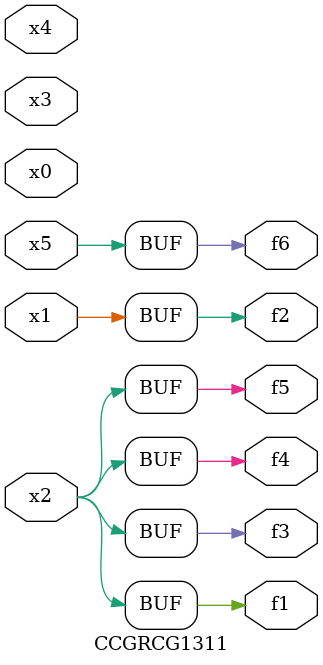
<source format=v>
module CCGRCG1311(
	input x0, x1, x2, x3, x4, x5,
	output f1, f2, f3, f4, f5, f6
);
	assign f1 = x2;
	assign f2 = x1;
	assign f3 = x2;
	assign f4 = x2;
	assign f5 = x2;
	assign f6 = x5;
endmodule

</source>
